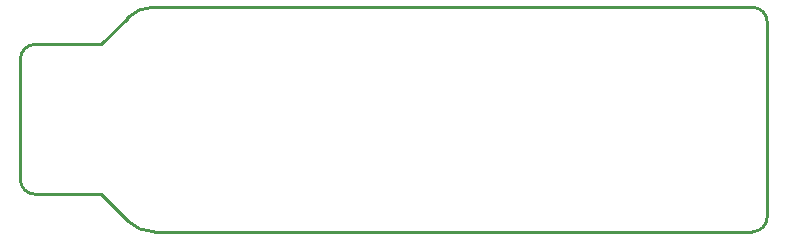
<source format=gbp>
G04*
G04 #@! TF.GenerationSoftware,Altium Limited,Altium Designer,22.6.1 (34)*
G04*
G04 Layer_Color=128*
%FSLAX44Y44*%
%MOMM*%
G71*
G04*
G04 #@! TF.SameCoordinates,26C179CA-CC13-4C43-A1D0-6E6A4FA8EE50*
G04*
G04*
G04 #@! TF.FilePolarity,Positive*
G04*
G01*
G75*
%ADD15C,0.2540*%
D15*
X627380Y145724D02*
G03*
X614680Y158424I-12700J0D01*
G01*
Y-31780D02*
G03*
X627380Y-19080I0J12700D01*
G01*
X86299Y-22800D02*
G03*
X107979Y-31780I21680J21680D01*
G01*
X107624Y158424D02*
G03*
X85943Y149443I0J-30661D01*
G01*
X63500Y-1D02*
G03*
X63500Y-0I0J0D01*
G01*
X63500Y-1D02*
G03*
X63500Y-0I0J0D01*
G01*
X-5080Y12700D02*
G03*
X7620Y0I12700J0D01*
G01*
Y127000D02*
G03*
X-5080Y114300I0J-12700D01*
G01*
X63500Y127000D02*
G03*
X63500Y127000I0J0D01*
G01*
X203110Y-31780D02*
X590505D01*
X193350Y158424D02*
X614680D01*
X590505Y-31780D02*
X614680D01*
X627380Y-19080D02*
Y145724D01*
X107979Y-31780D02*
X203110D01*
X63500Y-0D02*
X86299Y-22800D01*
X107624Y158424D02*
X193350D01*
X63500Y127000D02*
X85943Y149443D01*
X7620Y0D02*
X63500D01*
X-5080Y12700D02*
Y114300D01*
X7620Y127000D02*
X63500D01*
M02*

</source>
